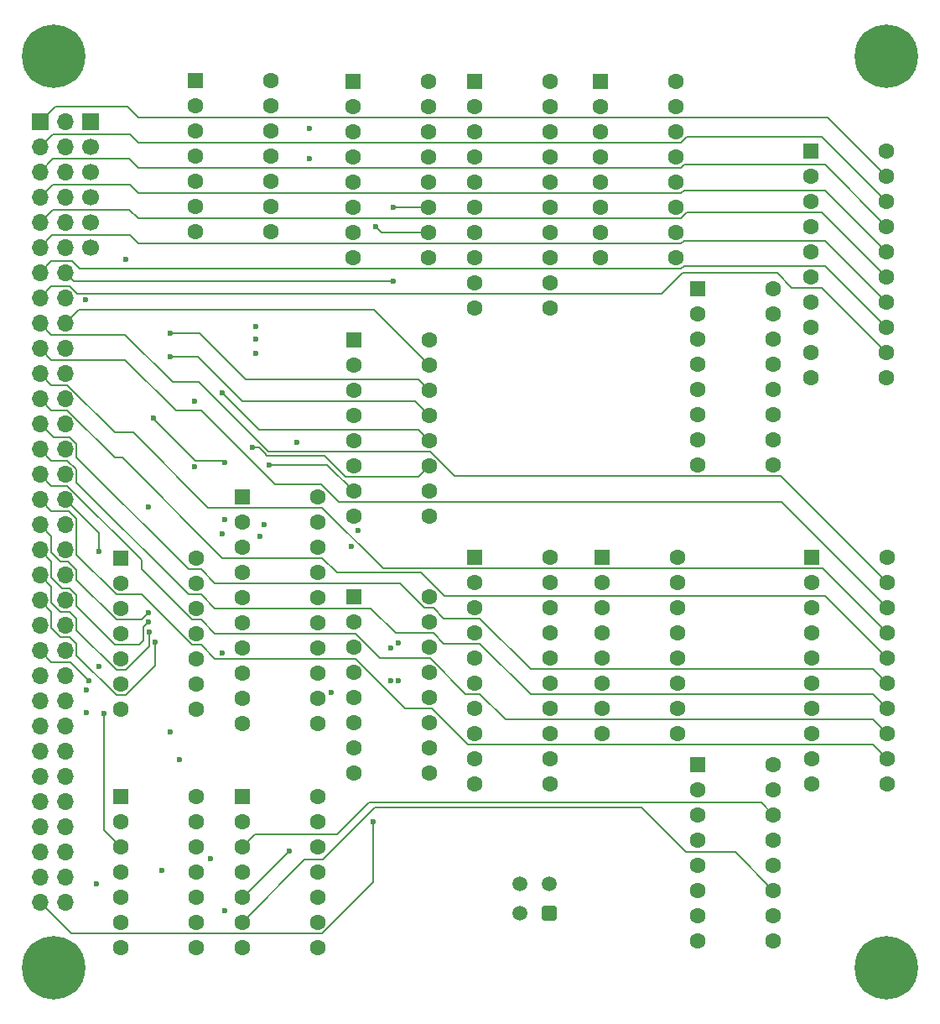
<source format=gbr>
%TF.GenerationSoftware,KiCad,Pcbnew,9.0.4*%
%TF.CreationDate,2025-09-05T01:15:07-04:00*%
%TF.ProjectId,tta8_cu_async,74746138-5f63-4755-9f61-73796e632e6b,0*%
%TF.SameCoordinates,Original*%
%TF.FileFunction,Copper,L3,Inr*%
%TF.FilePolarity,Positive*%
%FSLAX46Y46*%
G04 Gerber Fmt 4.6, Leading zero omitted, Abs format (unit mm)*
G04 Created by KiCad (PCBNEW 9.0.4) date 2025-09-05 01:15:07*
%MOMM*%
%LPD*%
G01*
G04 APERTURE LIST*
G04 Aperture macros list*
%AMRoundRect*
0 Rectangle with rounded corners*
0 $1 Rounding radius*
0 $2 $3 $4 $5 $6 $7 $8 $9 X,Y pos of 4 corners*
0 Add a 4 corners polygon primitive as box body*
4,1,4,$2,$3,$4,$5,$6,$7,$8,$9,$2,$3,0*
0 Add four circle primitives for the rounded corners*
1,1,$1+$1,$2,$3*
1,1,$1+$1,$4,$5*
1,1,$1+$1,$6,$7*
1,1,$1+$1,$8,$9*
0 Add four rect primitives between the rounded corners*
20,1,$1+$1,$2,$3,$4,$5,0*
20,1,$1+$1,$4,$5,$6,$7,0*
20,1,$1+$1,$6,$7,$8,$9,0*
20,1,$1+$1,$8,$9,$2,$3,0*%
G04 Aperture macros list end*
%TA.AperFunction,ComponentPad*%
%ADD10R,1.700000X1.700000*%
%TD*%
%TA.AperFunction,ComponentPad*%
%ADD11C,1.700000*%
%TD*%
%TA.AperFunction,ComponentPad*%
%ADD12RoundRect,0.250000X-0.550000X-0.550000X0.550000X-0.550000X0.550000X0.550000X-0.550000X0.550000X0*%
%TD*%
%TA.AperFunction,ComponentPad*%
%ADD13C,1.600000*%
%TD*%
%TA.AperFunction,ComponentPad*%
%ADD14C,6.400000*%
%TD*%
%TA.AperFunction,ComponentPad*%
%ADD15O,1.700000X1.700000*%
%TD*%
%TA.AperFunction,ComponentPad*%
%ADD16RoundRect,0.250001X0.499999X0.499999X-0.499999X0.499999X-0.499999X-0.499999X0.499999X-0.499999X0*%
%TD*%
%TA.AperFunction,ComponentPad*%
%ADD17C,1.500000*%
%TD*%
%TA.AperFunction,ViaPad*%
%ADD18C,0.600000*%
%TD*%
%TA.AperFunction,Conductor*%
%ADD19C,0.200000*%
%TD*%
G04 APERTURE END LIST*
D10*
%TO.N,srce0*%
%TO.C,J2*%
X62650000Y-57645000D03*
D11*
%TO.N,srce1*%
X62650000Y-60185000D03*
%TO.N,srce2*%
X62650000Y-62725000D03*
%TO.N,dste0*%
X62650000Y-65265000D03*
%TO.N,dste1*%
X62650000Y-67805000D03*
%TO.N,dste2*%
X62650000Y-70345000D03*
%TD*%
D12*
%TO.N,Net-(U4-Q6)*%
%TO.C,U5*%
X89250000Y-105600000D03*
D13*
%TO.N,Net-(U4-Q7)*%
X89250000Y-108140000D03*
%TO.N,GND*%
X89250000Y-110680000D03*
X89250000Y-113220000D03*
X89250000Y-115760000D03*
%TO.N,+5V*%
X89250000Y-118300000D03*
%TO.N,unconnected-(U5-Y7-Pad7)*%
X89250000Y-120840000D03*
%TO.N,GND*%
X89250000Y-123380000D03*
%TO.N,unconnected-(U5-Y6-Pad9)*%
X96870000Y-123380000D03*
%TO.N,unconnected-(U5-Y5-Pad10)*%
X96870000Y-120840000D03*
%TO.N,unconnected-(U5-Y4-Pad11)*%
X96870000Y-118300000D03*
%TO.N,MVI*%
X96870000Y-115760000D03*
%TO.N,mvz*%
X96870000Y-113220000D03*
%TO.N,mvc*%
X96870000Y-110680000D03*
%TO.N,mv*%
X96870000Y-108140000D03*
%TO.N,+5V*%
X96870000Y-105600000D03*
%TD*%
D14*
%TO.N,unconnected-(H3-Pad1)*%
%TO.C,H3*%
X59000000Y-143000000D03*
%TD*%
%TO.N,unconnected-(H2-Pad1)*%
%TO.C,H2*%
X143000000Y-51000000D03*
%TD*%
D12*
%TO.N,Net-(U13-OE)*%
%TO.C,U13*%
X135380000Y-60570000D03*
D13*
%TO.N,a0*%
X135380000Y-63110000D03*
%TO.N,a1*%
X135380000Y-65650000D03*
%TO.N,a2*%
X135380000Y-68190000D03*
%TO.N,a3*%
X135380000Y-70730000D03*
%TO.N,a4*%
X135380000Y-73270000D03*
%TO.N,a5*%
X135380000Y-75810000D03*
%TO.N,a6*%
X135380000Y-78350000D03*
%TO.N,a7*%
X135380000Y-80890000D03*
%TO.N,GND*%
X135380000Y-83430000D03*
%TO.N,+5V*%
X143000000Y-83430000D03*
%TO.N,A7*%
X143000000Y-80890000D03*
%TO.N,A6*%
X143000000Y-78350000D03*
%TO.N,A5*%
X143000000Y-75810000D03*
%TO.N,A4*%
X143000000Y-73270000D03*
%TO.N,A3*%
X143000000Y-70730000D03*
%TO.N,A2*%
X143000000Y-68190000D03*
%TO.N,A1*%
X143000000Y-65650000D03*
%TO.N,A0*%
X143000000Y-63110000D03*
%TO.N,+5V*%
X143000000Y-60570000D03*
%TD*%
D10*
%TO.N,A0*%
%TO.C,J1*%
X57570000Y-57645000D03*
D15*
%TO.N,src0*%
X60110000Y-57645000D03*
%TO.N,A1*%
X57570000Y-60185000D03*
%TO.N,SRC1*%
X60110000Y-60185000D03*
%TO.N,A2*%
X57570000Y-62725000D03*
%TO.N,SRC2*%
X60110000Y-62725000D03*
%TO.N,A3*%
X57570000Y-65265000D03*
%TO.N,SRC3*%
X60110000Y-65265000D03*
%TO.N,A4*%
X57570000Y-67805000D03*
%TO.N,SRC4*%
X60110000Y-67805000D03*
%TO.N,A5*%
X57570000Y-70345000D03*
%TO.N,SRC5*%
X60110000Y-70345000D03*
%TO.N,A6*%
X57570000Y-72885000D03*
%TO.N,SRC6*%
X60110000Y-72885000D03*
%TO.N,A7*%
X57570000Y-75425000D03*
%TO.N,SRC7*%
X60110000Y-75425000D03*
%TO.N,A8*%
X57570000Y-77965000D03*
%TO.N,dst0*%
X60110000Y-77965000D03*
%TO.N,A9*%
X57570000Y-80505000D03*
%TO.N,DST1*%
X60110000Y-80505000D03*
%TO.N,A10*%
X57570000Y-83045000D03*
%TO.N,DST2*%
X60110000Y-83045000D03*
%TO.N,A11*%
X57570000Y-85585000D03*
%TO.N,DST3*%
X60110000Y-85585000D03*
%TO.N,A12*%
X57570000Y-88125000D03*
%TO.N,DST4*%
X60110000Y-88125000D03*
%TO.N,A13*%
X57570000Y-90665000D03*
%TO.N,DST5*%
X60110000Y-90665000D03*
%TO.N,A14*%
X57570000Y-93205000D03*
%TO.N,DST6*%
X60110000Y-93205000D03*
%TO.N,A15*%
X57570000Y-95745000D03*
%TO.N,DST7*%
X60110000Y-95745000D03*
%TO.N,D0*%
X57570000Y-98285000D03*
%TO.N,T0*%
X60110000Y-98285000D03*
%TO.N,D1*%
X57570000Y-100825000D03*
%TO.N,T1*%
X60110000Y-100825000D03*
%TO.N,D2*%
X57570000Y-103365000D03*
%TO.N,T2*%
X60110000Y-103365000D03*
%TO.N,D3*%
X57570000Y-105905000D03*
%TO.N,T3*%
X60110000Y-105905000D03*
%TO.N,D4*%
X57570000Y-108445000D03*
%TO.N,T4*%
X60110000Y-108445000D03*
%TO.N,D5*%
X57570000Y-110985000D03*
%TO.N,T5*%
X60110000Y-110985000D03*
%TO.N,D6*%
X57570000Y-113525000D03*
%TO.N,T6*%
X60110000Y-113525000D03*
%TO.N,D7*%
X57570000Y-116065000D03*
%TO.N,T7*%
X60110000Y-116065000D03*
%TO.N,LDI*%
X57570000Y-118605000D03*
%TO.N,T8*%
X60110000Y-118605000D03*
%TO.N,EXC*%
X57570000Y-121145000D03*
%TO.N,T9*%
X60110000Y-121145000D03*
%TO.N,CLK*%
X57570000Y-123685000D03*
%TO.N,T10*%
X60110000Y-123685000D03*
%TO.N,{slash}R*%
X57570000Y-126225000D03*
%TO.N,T11*%
X60110000Y-126225000D03*
%TO.N,CARRY*%
X57570000Y-128765000D03*
%TO.N,T12*%
X60110000Y-128765000D03*
%TO.N,ZERO*%
X57570000Y-131305000D03*
%TO.N,T13*%
X60110000Y-131305000D03*
%TO.N,MOV*%
X57570000Y-133845000D03*
%TO.N,T14*%
X60110000Y-133845000D03*
%TO.N,MVI*%
X57570000Y-136385000D03*
%TO.N,T15*%
X60110000Y-136385000D03*
%TD*%
D12*
%TO.N,T1*%
%TO.C,U8*%
X114195000Y-53610000D03*
D13*
%TO.N,a1*%
X114195000Y-56150000D03*
%TO.N,a0*%
X114195000Y-58690000D03*
%TO.N,+5V*%
X114195000Y-61230000D03*
%TO.N,LDI*%
X114195000Y-63770000D03*
%TO.N,a2*%
X114195000Y-66310000D03*
%TO.N,a3*%
X114195000Y-68850000D03*
%TO.N,GND*%
X114195000Y-71390000D03*
%TO.N,T3*%
X121815000Y-71390000D03*
%TO.N,T2*%
X121815000Y-68850000D03*
%TO.N,Net-(U10-~{LOAD})*%
X121815000Y-66310000D03*
%TO.N,Net-(U8-~{CO})*%
X121815000Y-63770000D03*
%TO.N,Net-(U8-~{BO})*%
X121815000Y-61230000D03*
%TO.N,R*%
X121815000Y-58690000D03*
%TO.N,T0*%
X121815000Y-56150000D03*
%TO.N,+5V*%
X121815000Y-53610000D03*
%TD*%
D12*
%TO.N,T5*%
%TO.C,U9*%
X123995000Y-74510000D03*
D13*
%TO.N,a5*%
X123995000Y-77050000D03*
%TO.N,a4*%
X123995000Y-79590000D03*
%TO.N,Net-(U8-~{BO})*%
X123995000Y-82130000D03*
%TO.N,Net-(U8-~{CO})*%
X123995000Y-84670000D03*
%TO.N,a6*%
X123995000Y-87210000D03*
%TO.N,a7*%
X123995000Y-89750000D03*
%TO.N,GND*%
X123995000Y-92290000D03*
%TO.N,T7*%
X131615000Y-92290000D03*
%TO.N,T6*%
X131615000Y-89750000D03*
%TO.N,Net-(U10-~{LOAD})*%
X131615000Y-87210000D03*
%TO.N,Net-(U10-UP)*%
X131615000Y-84670000D03*
%TO.N,Net-(U10-DOWN)*%
X131615000Y-82130000D03*
%TO.N,R*%
X131615000Y-79590000D03*
%TO.N,T4*%
X131615000Y-77050000D03*
%TO.N,+5V*%
X131615000Y-74510000D03*
%TD*%
D12*
%TO.N,GND*%
%TO.C,U4*%
X78000000Y-95470000D03*
D13*
%TO.N,D0*%
X78000000Y-98010000D03*
%TO.N,D1*%
X78000000Y-100550000D03*
%TO.N,D2*%
X78000000Y-103090000D03*
%TO.N,D3*%
X78000000Y-105630000D03*
%TO.N,D4*%
X78000000Y-108170000D03*
%TO.N,D5*%
X78000000Y-110710000D03*
%TO.N,D6*%
X78000000Y-113250000D03*
%TO.N,D7*%
X78000000Y-115790000D03*
%TO.N,GND*%
X78000000Y-118330000D03*
%TO.N,LDI*%
X85620000Y-118330000D03*
%TO.N,Net-(U4-Q7)*%
X85620000Y-115790000D03*
%TO.N,Net-(U4-Q6)*%
X85620000Y-113250000D03*
%TO.N,dste2*%
X85620000Y-110710000D03*
%TO.N,dste1*%
X85620000Y-108170000D03*
%TO.N,dste0*%
X85620000Y-105630000D03*
%TO.N,srce2*%
X85620000Y-103090000D03*
%TO.N,srce1*%
X85620000Y-100550000D03*
%TO.N,srce0*%
X85620000Y-98010000D03*
%TO.N,+5V*%
X85620000Y-95470000D03*
%TD*%
D14*
%TO.N,unconnected-(H1-Pad1)*%
%TO.C,H1*%
X59000000Y-51000000D03*
%TD*%
D12*
%TO.N,CARRY*%
%TO.C,U3*%
X65750000Y-125710000D03*
D13*
%TO.N,mvc*%
X65750000Y-128250000D03*
%TO.N,Net-(U2-Pad4)*%
X65750000Y-130790000D03*
%TO.N,ZERO*%
X65750000Y-133330000D03*
%TO.N,mvz*%
X65750000Y-135870000D03*
%TO.N,Net-(U2-Pad5)*%
X65750000Y-138410000D03*
%TO.N,GND*%
X65750000Y-140950000D03*
%TO.N,MOV*%
X73370000Y-140950000D03*
%TO.N,Net-(U2-Pad8)*%
X73370000Y-138410000D03*
%TO.N,EXC*%
X73370000Y-135870000D03*
%TO.N,unconnected-(U3-Pad11)*%
X73370000Y-133330000D03*
%TO.N,unconnected-(U3-Pad12)*%
X73370000Y-130790000D03*
%TO.N,unconnected-(U3-Pad13)*%
X73370000Y-128250000D03*
%TO.N,+5V*%
X73370000Y-125710000D03*
%TD*%
D12*
%TO.N,{slash}R*%
%TO.C,U1*%
X73295000Y-53480000D03*
D13*
%TO.N,LDI*%
X73295000Y-56020000D03*
%TO.N,CLK*%
X73295000Y-58560000D03*
%TO.N,unconnected-(U1A-~{S}-Pad4)*%
X73295000Y-61100000D03*
%TO.N,EXC*%
X73295000Y-63640000D03*
%TO.N,LDI*%
X73295000Y-66180000D03*
%TO.N,GND*%
X73295000Y-68720000D03*
%TO.N,unconnected-(U1B-~{Q}-Pad8)*%
X80915000Y-68720000D03*
%TO.N,unconnected-(U1B-Q-Pad9)*%
X80915000Y-66180000D03*
%TO.N,unconnected-(U1B-~{S}-Pad10)*%
X80915000Y-63640000D03*
%TO.N,unconnected-(U1B-C-Pad11)*%
X80915000Y-61100000D03*
%TO.N,unconnected-(U1B-D-Pad12)*%
X80915000Y-58560000D03*
%TO.N,unconnected-(U1B-~{R}-Pad13)*%
X80915000Y-56020000D03*
%TO.N,+5V*%
X80915000Y-53480000D03*
%TD*%
D12*
%TO.N,srce0*%
%TO.C,U7*%
X89195000Y-53560000D03*
D13*
%TO.N,srce1*%
X89195000Y-56100000D03*
%TO.N,srce2*%
X89195000Y-58640000D03*
%TO.N,GND*%
X89195000Y-61180000D03*
X89195000Y-63720000D03*
%TO.N,+5V*%
X89195000Y-66260000D03*
%TO.N,SRC7*%
X89195000Y-68800000D03*
%TO.N,GND*%
X89195000Y-71340000D03*
%TO.N,SRC6*%
X96815000Y-71340000D03*
%TO.N,SRC5*%
X96815000Y-68800000D03*
%TO.N,SRC4*%
X96815000Y-66260000D03*
%TO.N,SRC3*%
X96815000Y-63720000D03*
%TO.N,SRC2*%
X96815000Y-61180000D03*
%TO.N,SRC1*%
X96815000Y-58640000D03*
%TO.N,src0*%
X96815000Y-56100000D03*
%TO.N,+5V*%
X96815000Y-53560000D03*
%TD*%
D12*
%TO.N,T9*%
%TO.C,U10*%
X114300000Y-101600000D03*
D13*
%TO.N,a9*%
X114300000Y-104140000D03*
%TO.N,a8*%
X114300000Y-106680000D03*
%TO.N,Net-(U10-DOWN)*%
X114300000Y-109220000D03*
%TO.N,Net-(U10-UP)*%
X114300000Y-111760000D03*
%TO.N,a10*%
X114300000Y-114300000D03*
%TO.N,a11*%
X114300000Y-116840000D03*
%TO.N,GND*%
X114300000Y-119380000D03*
%TO.N,T11*%
X121920000Y-119380000D03*
%TO.N,T10*%
X121920000Y-116840000D03*
%TO.N,Net-(U10-~{LOAD})*%
X121920000Y-114300000D03*
%TO.N,Net-(U10-~{CO})*%
X121920000Y-111760000D03*
%TO.N,Net-(U10-~{BO})*%
X121920000Y-109220000D03*
%TO.N,R*%
X121920000Y-106680000D03*
%TO.N,T8*%
X121920000Y-104140000D03*
%TO.N,+5V*%
X121920000Y-101600000D03*
%TD*%
D12*
%TO.N,T13*%
%TO.C,U11*%
X124000000Y-122460000D03*
D13*
%TO.N,a13*%
X124000000Y-125000000D03*
%TO.N,a12*%
X124000000Y-127540000D03*
%TO.N,Net-(U10-~{BO})*%
X124000000Y-130080000D03*
%TO.N,Net-(U10-~{CO})*%
X124000000Y-132620000D03*
%TO.N,a14*%
X124000000Y-135160000D03*
%TO.N,a15*%
X124000000Y-137700000D03*
%TO.N,GND*%
X124000000Y-140240000D03*
%TO.N,T15*%
X131620000Y-140240000D03*
%TO.N,T14*%
X131620000Y-137700000D03*
%TO.N,Net-(U10-~{LOAD})*%
X131620000Y-135160000D03*
%TO.N,unconnected-(U11-~{CO}-Pad12)*%
X131620000Y-132620000D03*
%TO.N,unconnected-(U11-~{BO}-Pad13)*%
X131620000Y-130080000D03*
%TO.N,R*%
X131620000Y-127540000D03*
%TO.N,T12*%
X131620000Y-125000000D03*
%TO.N,+5V*%
X131620000Y-122460000D03*
%TD*%
D12*
%TO.N,unconnected-(U2-Pad1)*%
%TO.C,U2*%
X65750000Y-101700000D03*
D13*
%TO.N,unconnected-(U2-Pad2)*%
X65750000Y-104240000D03*
%TO.N,unconnected-(U2-Pad3)*%
X65750000Y-106780000D03*
%TO.N,Net-(U2-Pad4)*%
X65750000Y-109320000D03*
%TO.N,Net-(U2-Pad5)*%
X65750000Y-111860000D03*
%TO.N,Net-(U2-Pad6)*%
X65750000Y-114400000D03*
%TO.N,GND*%
X65750000Y-116940000D03*
%TO.N,Net-(U2-Pad8)*%
X73370000Y-116940000D03*
%TO.N,Net-(U2-Pad6)*%
X73370000Y-114400000D03*
%TO.N,mv*%
X73370000Y-111860000D03*
%TO.N,unconnected-(U2-Pad11)*%
X73370000Y-109320000D03*
%TO.N,unconnected-(U2-Pad12)*%
X73370000Y-106780000D03*
%TO.N,unconnected-(U2-Pad13)*%
X73370000Y-104240000D03*
%TO.N,+5V*%
X73370000Y-101700000D03*
%TD*%
D12*
%TO.N,dste0*%
%TO.C,U6*%
X89250000Y-79660000D03*
D13*
%TO.N,dste1*%
X89250000Y-82200000D03*
%TO.N,dste2*%
X89250000Y-84740000D03*
%TO.N,GND*%
X89250000Y-87280000D03*
X89250000Y-89820000D03*
%TO.N,+5V*%
X89250000Y-92360000D03*
%TO.N,DST7*%
X89250000Y-94900000D03*
%TO.N,GND*%
X89250000Y-97440000D03*
%TO.N,DST6*%
X96870000Y-97440000D03*
%TO.N,DST5*%
X96870000Y-94900000D03*
%TO.N,DST4*%
X96870000Y-92360000D03*
%TO.N,DST3*%
X96870000Y-89820000D03*
%TO.N,DST2*%
X96870000Y-87280000D03*
%TO.N,DST1*%
X96870000Y-84740000D03*
%TO.N,dst0*%
X96870000Y-82200000D03*
%TO.N,+5V*%
X96870000Y-79660000D03*
%TD*%
D16*
%TO.N,+5V*%
%TO.C,J3*%
X109000000Y-137500000D03*
D17*
%TO.N,GND*%
X106000000Y-137500000D03*
%TO.N,+5V*%
X109000000Y-134500000D03*
%TO.N,GND*%
X106000000Y-134500000D03*
%TD*%
D14*
%TO.N,unconnected-(H4-Pad1)*%
%TO.C,H4*%
X143000000Y-143000000D03*
%TD*%
D12*
%TO.N,Net-(U15-OE)*%
%TO.C,U15*%
X101500000Y-53560000D03*
D13*
%TO.N,GND*%
X101500000Y-56100000D03*
X101500000Y-58640000D03*
X101500000Y-61180000D03*
X101500000Y-63720000D03*
X101500000Y-66260000D03*
X101500000Y-68800000D03*
X101500000Y-71340000D03*
X101500000Y-73880000D03*
X101500000Y-76420000D03*
%TO.N,+5V*%
X109120000Y-76420000D03*
%TO.N,T7*%
X109120000Y-73880000D03*
%TO.N,T6*%
X109120000Y-71340000D03*
%TO.N,T5*%
X109120000Y-68800000D03*
%TO.N,T4*%
X109120000Y-66260000D03*
%TO.N,T3*%
X109120000Y-63720000D03*
%TO.N,T2*%
X109120000Y-61180000D03*
%TO.N,T1*%
X109120000Y-58640000D03*
%TO.N,T0*%
X109120000Y-56100000D03*
%TO.N,+5V*%
X109120000Y-53560000D03*
%TD*%
D12*
%TO.N,Net-(U13-OE)*%
%TO.C,U14*%
X135500000Y-101620000D03*
D13*
%TO.N,a8*%
X135500000Y-104160000D03*
%TO.N,a9*%
X135500000Y-106700000D03*
%TO.N,a10*%
X135500000Y-109240000D03*
%TO.N,a11*%
X135500000Y-111780000D03*
%TO.N,a12*%
X135500000Y-114320000D03*
%TO.N,a13*%
X135500000Y-116860000D03*
%TO.N,a14*%
X135500000Y-119400000D03*
%TO.N,a15*%
X135500000Y-121940000D03*
%TO.N,GND*%
X135500000Y-124480000D03*
%TO.N,+5V*%
X143120000Y-124480000D03*
%TO.N,A15*%
X143120000Y-121940000D03*
%TO.N,A14*%
X143120000Y-119400000D03*
%TO.N,A13*%
X143120000Y-116860000D03*
%TO.N,A12*%
X143120000Y-114320000D03*
%TO.N,A11*%
X143120000Y-111780000D03*
%TO.N,A10*%
X143120000Y-109240000D03*
%TO.N,A9*%
X143120000Y-106700000D03*
%TO.N,A8*%
X143120000Y-104160000D03*
%TO.N,+5V*%
X143120000Y-101620000D03*
%TD*%
D12*
%TO.N,{slash}R*%
%TO.C,U12*%
X78000000Y-125710000D03*
D13*
X78000000Y-128250000D03*
%TO.N,R*%
X78000000Y-130790000D03*
%TO.N,MOV*%
X78000000Y-133330000D03*
%TO.N,dst0*%
X78000000Y-135870000D03*
%TO.N,Net-(U10-~{LOAD})*%
X78000000Y-138410000D03*
%TO.N,GND*%
X78000000Y-140950000D03*
%TO.N,Net-(U13-OE)*%
X85620000Y-140950000D03*
%TO.N,LDI*%
X85620000Y-138410000D03*
X85620000Y-135870000D03*
%TO.N,Net-(U15-OE)*%
X85620000Y-133330000D03*
%TO.N,MOV*%
X85620000Y-130790000D03*
%TO.N,src0*%
X85620000Y-128250000D03*
%TO.N,+5V*%
X85620000Y-125710000D03*
%TD*%
D12*
%TO.N,Net-(U15-OE)*%
%TO.C,U16*%
X101500000Y-101560000D03*
D13*
%TO.N,GND*%
X101500000Y-104100000D03*
X101500000Y-106640000D03*
X101500000Y-109180000D03*
X101500000Y-111720000D03*
X101500000Y-114260000D03*
X101500000Y-116800000D03*
X101500000Y-119340000D03*
X101500000Y-121880000D03*
X101500000Y-124420000D03*
%TO.N,+5V*%
X109120000Y-124420000D03*
%TO.N,T15*%
X109120000Y-121880000D03*
%TO.N,T14*%
X109120000Y-119340000D03*
%TO.N,T13*%
X109120000Y-116800000D03*
%TO.N,T12*%
X109120000Y-114260000D03*
%TO.N,T11*%
X109120000Y-111720000D03*
%TO.N,T10*%
X109120000Y-109180000D03*
%TO.N,T9*%
X109120000Y-106640000D03*
%TO.N,T8*%
X109120000Y-104100000D03*
%TO.N,+5V*%
X109120000Y-101560000D03*
%TD*%
D18*
%TO.N,LDI*%
X70700000Y-119205000D03*
%TO.N,EXC*%
X69900000Y-133200000D03*
X63250000Y-134500000D03*
%TO.N,SRC5*%
X91500000Y-68250000D03*
%TO.N,D6*%
X62250000Y-115000000D03*
%TO.N,D1*%
X68500000Y-108100000D03*
%TO.N,DST6*%
X76000000Y-99250000D03*
X89000000Y-100500000D03*
X79750000Y-99500000D03*
%TO.N,src0*%
X93000000Y-110750000D03*
X93000000Y-114059000D03*
%TO.N,DST1*%
X70750000Y-79000000D03*
%TO.N,DST2*%
X70700000Y-81341000D03*
%TO.N,D7*%
X62250000Y-117250000D03*
%TO.N,D2*%
X68600000Y-109100000D03*
%TO.N,MVI*%
X91250000Y-128250000D03*
%TO.N,{slash}R*%
X73200000Y-92439000D03*
X71669000Y-122000000D03*
X73200000Y-85800000D03*
%TO.N,DST4*%
X79000000Y-90500000D03*
X69000000Y-87500000D03*
X76250000Y-92000000D03*
%TO.N,D4*%
X63555645Y-112555645D03*
%TO.N,DST3*%
X76000000Y-85000000D03*
%TO.N,dst0*%
X93797538Y-113996260D03*
X93750000Y-110250000D03*
X82750000Y-131250000D03*
%TO.N,D5*%
X62500000Y-114000000D03*
%TO.N,D3*%
X69214579Y-110159000D03*
%TO.N,D0*%
X68500000Y-107200000D03*
%TO.N,CLK*%
X62200000Y-75600000D03*
X66250000Y-71550000D03*
%TO.N,SRC6*%
X93250000Y-73750000D03*
%TO.N,DST7*%
X68500000Y-96500000D03*
X80750000Y-92250000D03*
X63500000Y-101000000D03*
%TO.N,DST5*%
X89689300Y-98889300D03*
X80250000Y-98250000D03*
X76250000Y-97750000D03*
%TO.N,SRC4*%
X93250000Y-66250000D03*
%TO.N,srce2*%
X84800000Y-61400000D03*
%TO.N,dste0*%
X79400000Y-78300000D03*
%TO.N,dste2*%
X83500000Y-90000000D03*
X79400000Y-81000000D03*
%TO.N,dste1*%
X79400000Y-79600000D03*
%TO.N,srce1*%
X84800000Y-58300000D03*
%TO.N,mv*%
X87004265Y-115259000D03*
X76000000Y-111211000D03*
%TO.N,Net-(U2-Pad4)*%
X64048265Y-117298265D03*
%TO.N,mvz*%
X76250000Y-137250000D03*
%TO.N,mvc*%
X74750000Y-132000000D03*
%TD*%
D19*
%TO.N,A13*%
X61261000Y-92728240D02*
X60348760Y-91816000D01*
X97326050Y-109241000D02*
X93491000Y-109241000D01*
X90981000Y-106731000D02*
X75216050Y-106731000D01*
X75216050Y-106731000D02*
X73826050Y-105341000D01*
X72591000Y-105341000D02*
X61261000Y-94011000D01*
X73826050Y-105341000D02*
X72591000Y-105341000D01*
X98366050Y-110281000D02*
X97326050Y-109241000D01*
X60348760Y-91816000D02*
X58721000Y-91816000D01*
X107096050Y-115421000D02*
X101956050Y-110281000D01*
X141681000Y-115421000D02*
X107096050Y-115421000D01*
X93491000Y-109241000D02*
X90981000Y-106731000D01*
X143120000Y-116860000D02*
X141681000Y-115421000D01*
X101956050Y-110281000D02*
X98366050Y-110281000D01*
X58721000Y-91816000D02*
X57570000Y-90665000D01*
X61261000Y-94011000D02*
X61261000Y-92728240D01*
%TO.N,SRC5*%
X92050000Y-68800000D02*
X91500000Y-68250000D01*
X96815000Y-68800000D02*
X92050000Y-68800000D01*
%TO.N,A14*%
X89398050Y-109271000D02*
X75216050Y-109271000D01*
X75216050Y-109271000D02*
X73826050Y-107881000D01*
X100568050Y-115361000D02*
X96988050Y-111781000D01*
X104556050Y-117961000D02*
X101956050Y-115361000D01*
X58721000Y-94356000D02*
X57570000Y-93205000D01*
X101956050Y-115361000D02*
X100568050Y-115361000D01*
X67833950Y-101841190D02*
X60348760Y-94356000D01*
X96988050Y-111781000D02*
X91908050Y-111781000D01*
X91908050Y-111781000D02*
X89398050Y-109271000D01*
X60348760Y-94356000D02*
X58721000Y-94356000D01*
X141681000Y-117961000D02*
X104556050Y-117961000D01*
X143120000Y-119400000D02*
X141681000Y-117961000D01*
X73826050Y-107881000D02*
X72913950Y-107881000D01*
X72913950Y-107881000D02*
X67833950Y-102801000D01*
X67833950Y-102801000D02*
X67833950Y-101841190D01*
%TO.N,D1*%
X67579000Y-110421000D02*
X65171000Y-110421000D01*
X68500000Y-108100000D02*
X68000000Y-108600000D01*
X61261000Y-105428240D02*
X60582760Y-104750000D01*
X68000000Y-110000000D02*
X67579000Y-110421000D01*
X58721000Y-101976000D02*
X57570000Y-100825000D01*
X59838240Y-104750000D02*
X58721000Y-103632760D01*
X58721000Y-103632760D02*
X58721000Y-101976000D01*
X68000000Y-108600000D02*
X68000000Y-110000000D01*
X61261000Y-106511000D02*
X61261000Y-105428240D01*
X60582760Y-104750000D02*
X59838240Y-104750000D01*
X65171000Y-110421000D02*
X61261000Y-106511000D01*
%TO.N,A15*%
X61261000Y-97657000D02*
X60500000Y-96896000D01*
X143120000Y-121940000D02*
X141681000Y-120501000D01*
X75216050Y-111811000D02*
X73826050Y-110421000D01*
X61261000Y-101308050D02*
X61261000Y-97657000D01*
X60500000Y-96896000D02*
X58721000Y-96896000D01*
X94448050Y-116861000D02*
X89398050Y-111811000D01*
X97111000Y-116861000D02*
X94448050Y-116861000D01*
X73826050Y-110421000D02*
X72913950Y-110421000D01*
X141681000Y-120501000D02*
X100751000Y-120501000D01*
X100751000Y-120501000D02*
X97111000Y-116861000D01*
X67833950Y-105341000D02*
X65293950Y-105341000D01*
X58721000Y-96896000D02*
X57570000Y-95745000D01*
X65293950Y-105341000D02*
X61261000Y-101308050D01*
X72913950Y-110421000D02*
X67833950Y-105341000D01*
X89398050Y-111811000D02*
X75216050Y-111811000D01*
%TO.N,A4*%
X136496050Y-66766050D02*
X122916000Y-66766050D01*
X143000000Y-73270000D02*
X136496050Y-66766050D01*
X67500000Y-67411000D02*
X66589000Y-66500000D01*
X122916000Y-66766050D02*
X122271050Y-67411000D01*
X66589000Y-66500000D02*
X58875000Y-66500000D01*
X122271050Y-67411000D02*
X67500000Y-67411000D01*
X58875000Y-66500000D02*
X57570000Y-67805000D01*
%TO.N,DST1*%
X95769000Y-83639000D02*
X78326050Y-83639000D01*
X73687050Y-79000000D02*
X70750000Y-79000000D01*
X96870000Y-84740000D02*
X95769000Y-83639000D01*
X78326050Y-83639000D02*
X73687050Y-79000000D01*
%TO.N,A0*%
X59115000Y-56100000D02*
X57570000Y-57645000D01*
X66400000Y-56100000D02*
X59115000Y-56100000D01*
X67551000Y-57251000D02*
X66400000Y-56100000D01*
X143000000Y-63110000D02*
X137141000Y-57251000D01*
X137141000Y-57251000D02*
X67551000Y-57251000D01*
%TO.N,A6*%
X60824760Y-71734000D02*
X58721000Y-71734000D01*
X136819000Y-72169000D02*
X122593050Y-72169000D01*
X143000000Y-78350000D02*
X136819000Y-72169000D01*
X122593050Y-72169000D02*
X122271050Y-72491000D01*
X61581760Y-72491000D02*
X60824760Y-71734000D01*
X58721000Y-71734000D02*
X57570000Y-72885000D01*
X122271050Y-72491000D02*
X61581760Y-72491000D01*
%TO.N,DST2*%
X95431000Y-85841000D02*
X96870000Y-87280000D01*
X77988050Y-85841000D02*
X95431000Y-85841000D01*
X70700000Y-81341000D02*
X73488050Y-81341000D01*
X73488050Y-81341000D02*
X77988050Y-85841000D01*
%TO.N,A3*%
X58835000Y-64000000D02*
X57570000Y-65265000D01*
X66629000Y-64000000D02*
X58835000Y-64000000D01*
X67500000Y-64871000D02*
X66629000Y-64000000D01*
X122593050Y-64549000D02*
X122271050Y-64871000D01*
X136819000Y-64549000D02*
X122593050Y-64549000D01*
X122271050Y-64871000D02*
X67500000Y-64871000D01*
X143000000Y-70730000D02*
X136819000Y-64549000D01*
%TO.N,D2*%
X68600000Y-109100000D02*
X68600000Y-110567050D01*
X61261000Y-107730240D02*
X60586760Y-107056000D01*
X59633240Y-107056000D02*
X58721000Y-106143760D01*
X58721000Y-104516000D02*
X57570000Y-103365000D01*
X65293950Y-112961000D02*
X61261000Y-108928050D01*
X68600000Y-110567050D02*
X66206050Y-112961000D01*
X66206050Y-112961000D02*
X65293950Y-112961000D01*
X61261000Y-108928050D02*
X61261000Y-107730240D01*
X60586760Y-107056000D02*
X59633240Y-107056000D01*
X58721000Y-106143760D02*
X58721000Y-104516000D01*
%TO.N,A7*%
X122437150Y-72892000D02*
X120348150Y-74981000D01*
X61293760Y-74981000D02*
X60586760Y-74274000D01*
X58721000Y-74274000D02*
X57570000Y-75425000D01*
X143000000Y-80890000D02*
X136481000Y-74371000D01*
X120348150Y-74981000D02*
X61293760Y-74981000D01*
X131992000Y-72892000D02*
X122437150Y-72892000D01*
X60586760Y-74274000D02*
X58721000Y-74274000D01*
X133471000Y-74371000D02*
X131992000Y-72892000D01*
X136481000Y-74371000D02*
X133471000Y-74371000D01*
%TO.N,MVI*%
X60696000Y-139511000D02*
X86076050Y-139511000D01*
X57570000Y-136385000D02*
X60696000Y-139511000D01*
X91250000Y-134337050D02*
X91250000Y-128250000D01*
X86076050Y-139511000D02*
X91250000Y-134337050D01*
%TO.N,A9*%
X87708050Y-96001000D02*
X85957050Y-94250000D01*
X81317050Y-94250000D02*
X73826050Y-86759000D01*
X85957050Y-94250000D02*
X81317050Y-94250000D01*
X58721000Y-81656000D02*
X57570000Y-80505000D01*
X71286050Y-86759000D02*
X66183050Y-81656000D01*
X143120000Y-106700000D02*
X132421000Y-96001000D01*
X132421000Y-96001000D02*
X87708050Y-96001000D01*
X73826050Y-86759000D02*
X71286050Y-86759000D01*
X66183050Y-81656000D02*
X58721000Y-81656000D01*
%TO.N,DST4*%
X88461000Y-93461000D02*
X86322000Y-91322000D01*
X76089000Y-91839000D02*
X73251950Y-91839000D01*
X73251950Y-91839000D02*
X69000000Y-87587050D01*
X69000000Y-87587050D02*
X69000000Y-87500000D01*
X79682900Y-90500000D02*
X79000000Y-90500000D01*
X96870000Y-92360000D02*
X95769000Y-93461000D01*
X80270000Y-91087100D02*
X79682900Y-90500000D01*
X95769000Y-93461000D02*
X88461000Y-93461000D01*
X80504900Y-91322000D02*
X80270000Y-91087100D01*
X86322000Y-91322000D02*
X80837100Y-91322000D01*
X80837100Y-91322000D02*
X80504900Y-91322000D01*
X76250000Y-92000000D02*
X76089000Y-91839000D01*
%TO.N,A12*%
X75216050Y-104191000D02*
X73826050Y-102801000D01*
X107096050Y-112881000D02*
X101956050Y-107741000D01*
X96413950Y-106701000D02*
X93903950Y-104191000D01*
X93903950Y-104191000D02*
X75216050Y-104191000D01*
X101956050Y-107741000D02*
X98366050Y-107741000D01*
X97326050Y-106701000D02*
X96413950Y-106701000D01*
X143120000Y-114320000D02*
X141681000Y-112881000D01*
X58945000Y-89500000D02*
X57570000Y-88125000D01*
X73826050Y-102801000D02*
X72551000Y-102801000D01*
X141681000Y-112881000D02*
X107096050Y-112881000D01*
X98366050Y-107741000D02*
X97326050Y-106701000D01*
X61261000Y-91511000D02*
X61261000Y-90188240D01*
X60572760Y-89500000D02*
X58945000Y-89500000D01*
X61261000Y-90188240D02*
X60572760Y-89500000D01*
X72551000Y-102801000D02*
X61261000Y-91511000D01*
%TO.N,DST3*%
X79719000Y-88719000D02*
X76000000Y-85000000D01*
X96870000Y-89820000D02*
X95769000Y-88719000D01*
X95769000Y-88719000D02*
X79719000Y-88719000D01*
%TO.N,A1*%
X67545500Y-59791000D02*
X66654500Y-58900000D01*
X66654500Y-58900000D02*
X58855000Y-58900000D01*
X58855000Y-58900000D02*
X57570000Y-60185000D01*
X122271050Y-59791000D02*
X67545500Y-59791000D01*
X122916000Y-59146050D02*
X122271050Y-59791000D01*
X143000000Y-65650000D02*
X136496050Y-59146050D01*
X136496050Y-59146050D02*
X122916000Y-59146050D01*
%TO.N,A2*%
X136810000Y-62000000D02*
X122602050Y-62000000D01*
X58895000Y-61400000D02*
X57570000Y-62725000D01*
X122271050Y-62331000D02*
X67500000Y-62331000D01*
X122602050Y-62000000D02*
X122271050Y-62331000D01*
X67500000Y-62331000D02*
X66569000Y-61400000D01*
X143000000Y-68190000D02*
X136810000Y-62000000D01*
X66569000Y-61400000D02*
X58895000Y-61400000D01*
%TO.N,A8*%
X143120000Y-104160000D02*
X132361000Y-93401000D01*
X80671000Y-90921000D02*
X73631000Y-83881000D01*
X70948050Y-83881000D02*
X66183050Y-79116000D01*
X96988050Y-90921000D02*
X80671000Y-90921000D01*
X132361000Y-93401000D02*
X99468050Y-93401000D01*
X66183050Y-79116000D02*
X58721000Y-79116000D01*
X99468050Y-93401000D02*
X96988050Y-90921000D01*
X58721000Y-79116000D02*
X57570000Y-77965000D01*
X73631000Y-83881000D02*
X70948050Y-83881000D01*
%TO.N,dst0*%
X96870000Y-82200000D02*
X91269000Y-76599000D01*
X61476000Y-76599000D02*
X60110000Y-77965000D01*
X78130000Y-135870000D02*
X78000000Y-135870000D01*
X91269000Y-76599000D02*
X61476000Y-76599000D01*
X82750000Y-131250000D02*
X78130000Y-135870000D01*
%TO.N,A10*%
X60348760Y-84196000D02*
X58721000Y-84196000D01*
X65113760Y-88961000D02*
X60348760Y-84196000D01*
X58721000Y-84196000D02*
X57570000Y-83045000D01*
X86076050Y-96571000D02*
X74571000Y-96571000D01*
X66961000Y-88961000D02*
X65113760Y-88961000D01*
X143120000Y-109240000D02*
X136601000Y-102721000D01*
X92226050Y-102721000D02*
X86076050Y-96571000D01*
X136601000Y-102721000D02*
X92226050Y-102721000D01*
X74571000Y-96571000D02*
X66961000Y-88961000D01*
%TO.N,D5*%
X58721000Y-112136000D02*
X57570000Y-110985000D01*
X62500000Y-114000000D02*
X60636000Y-112136000D01*
X60636000Y-112136000D02*
X58721000Y-112136000D01*
%TO.N,D3*%
X59633240Y-109596000D02*
X58721000Y-108683760D01*
X60586760Y-109596000D02*
X59633240Y-109596000D01*
X66206050Y-115501000D02*
X65293950Y-115501000D01*
X61261000Y-110270240D02*
X60586760Y-109596000D01*
X58721000Y-108683760D02*
X58721000Y-107056000D01*
X69214579Y-112492471D02*
X66206050Y-115501000D01*
X65293950Y-115501000D02*
X61261000Y-111468050D01*
X61261000Y-111468050D02*
X61261000Y-110270240D01*
X58721000Y-107056000D02*
X57570000Y-105905000D01*
X69214579Y-110159000D02*
X69214579Y-112492471D01*
%TO.N,D0*%
X67819000Y-107881000D02*
X65293950Y-107881000D01*
X58721000Y-99436000D02*
X57570000Y-98285000D01*
X58721000Y-101063760D02*
X58721000Y-99436000D01*
X68500000Y-107200000D02*
X67819000Y-107881000D01*
X60372760Y-101976000D02*
X59633240Y-101976000D01*
X59633240Y-101976000D02*
X58721000Y-101063760D01*
X61261000Y-103848050D02*
X61261000Y-102864240D01*
X61261000Y-102864240D02*
X60372760Y-101976000D01*
X65293950Y-107881000D02*
X61261000Y-103848050D01*
%TO.N,A5*%
X122593050Y-69629000D02*
X122271050Y-69951000D01*
X58815000Y-69100000D02*
X57570000Y-70345000D01*
X67500000Y-69951000D02*
X66649000Y-69100000D01*
X66649000Y-69100000D02*
X58815000Y-69100000D01*
X136819000Y-69629000D02*
X122593050Y-69629000D01*
X122271050Y-69951000D02*
X67500000Y-69951000D01*
X143000000Y-75810000D02*
X136819000Y-69629000D01*
%TO.N,SRC6*%
X60975000Y-73750000D02*
X60110000Y-72885000D01*
X93250000Y-73750000D02*
X60975000Y-73750000D01*
%TO.N,DST7*%
X89250000Y-94900000D02*
X86600000Y-92250000D01*
X86600000Y-92250000D02*
X80750000Y-92250000D01*
X63500000Y-101000000D02*
X63500000Y-99135000D01*
X63500000Y-99135000D02*
X60110000Y-95745000D01*
%TO.N,A11*%
X65113760Y-91501000D02*
X60348760Y-86736000D01*
X76018050Y-101651000D02*
X65868050Y-91501000D01*
X98378000Y-105500000D02*
X96000000Y-103122000D01*
X65868050Y-91501000D02*
X65113760Y-91501000D01*
X96000000Y-103122000D02*
X87547050Y-103122000D01*
X58721000Y-86736000D02*
X57570000Y-85585000D01*
X87547050Y-103122000D02*
X86076050Y-101651000D01*
X86076050Y-101651000D02*
X76018050Y-101651000D01*
X60348760Y-86736000D02*
X58721000Y-86736000D01*
X143120000Y-111780000D02*
X136840000Y-105500000D01*
X136840000Y-105500000D02*
X98378000Y-105500000D01*
%TO.N,SRC4*%
X96815000Y-66260000D02*
X93260000Y-66260000D01*
X93260000Y-66260000D02*
X93250000Y-66250000D01*
%TO.N,R*%
X79290000Y-129500000D02*
X87600000Y-129500000D01*
X130380000Y-126300000D02*
X131620000Y-127540000D01*
X78000000Y-130790000D02*
X79290000Y-129500000D01*
X87600000Y-129500000D02*
X90800000Y-126300000D01*
X90800000Y-126300000D02*
X130380000Y-126300000D01*
%TO.N,Net-(U2-Pad4)*%
X64048265Y-129088265D02*
X64048265Y-117298265D01*
X65750000Y-130790000D02*
X64048265Y-129088265D01*
%TO.N,Net-(U10-~{LOAD})*%
X86100000Y-132100000D02*
X91400000Y-126800000D01*
X127760000Y-131300000D02*
X131620000Y-135160000D01*
X91400000Y-126800000D02*
X118300000Y-126800000D01*
X78000000Y-138410000D02*
X84310000Y-132100000D01*
X84310000Y-132100000D02*
X86100000Y-132100000D01*
X122800000Y-131300000D02*
X127760000Y-131300000D01*
X118300000Y-126800000D02*
X122800000Y-131300000D01*
%TD*%
M02*

</source>
